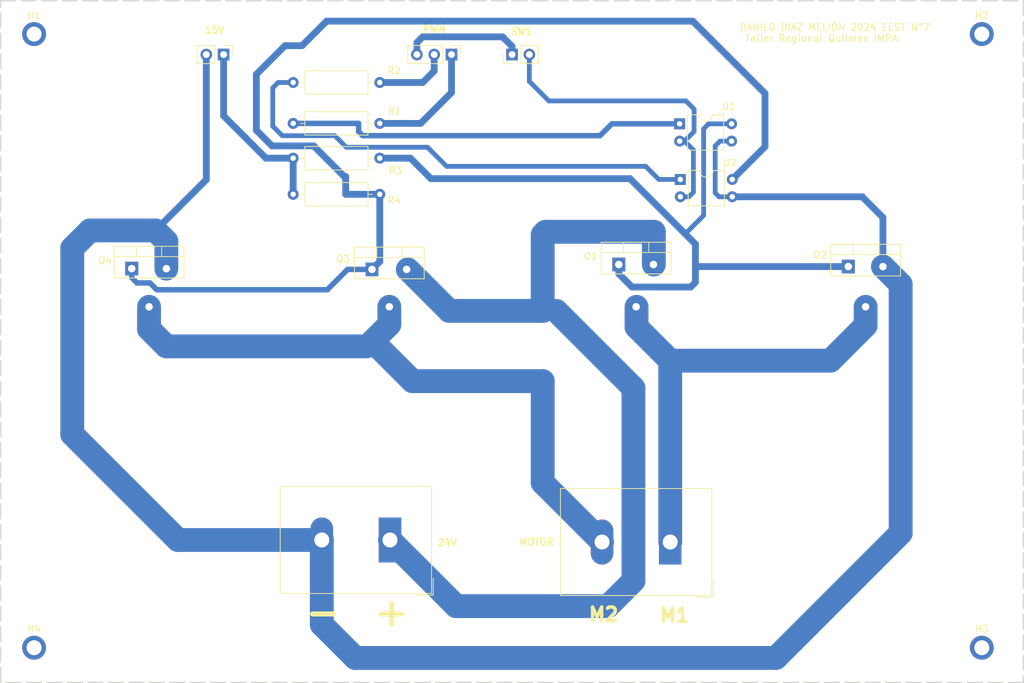
<source format=kicad_pcb>
(kicad_pcb (version 20240108) (generator "pcbnew") (generator_version "8.0")
  (title_block (title "Puente H Power Mosfet") (date "05/09/2024") (rev "8.1.1") (company "Danilo Melión"))
  (layers (0 "F.Cu" signal) (31 "B.Cu" signal) (34 "B.Paste" user) (35 "F.Paste" user) (36 "B.SilkS" user "B.Silkscreen") (37 "F.SilkS" user "F.Silkscreen") (38 "B.Mask" user) (39 "F.Mask" user) (44 "Edge.Cuts" user))
  (net 0 "")
  (net 1 "PWM1")
  (net 2 "PWM2")
  (net 3 "GND")
  (net 4 "Net-(J2-Pin_1)")
  (net 5 "Net-(J2-Pin_2)")
  (net 6 "Net-(Q1-G)")
  (net 7 "+24V")
  (net 8 "+15V")
  (net 9 "Net-(Q3-G)")
  (net 10 "Net-(R1-Pad2)")
  (net 11 "Net-(SW1-B)")
  (net 12 "GNDPWR")
  (net 13 "Net-(R8-Pad1)")
  (footprint "Package_DIP:DIP-4_W7.62mm" (layer "F.Cu") (at 151.68 49.16)
    (property "Reference" "U1" (at 7.22 -2.56 0) (layer "F.SilkS"))
    (property "Value" "PC817")
    (fp_line (start 1.16 -1.33) (end 1.16 3.87) (stroke (width 0.12)) (layer "F.SilkS"))
    (fp_line (start 1.16 3.87) (end 6.46 3.87) (stroke (width 0.12)) (layer "F.SilkS"))
    (fp_line (start 2.81 -1.33) (end 1.16 -1.33) (stroke (width 0.12)) (layer "F.SilkS"))
    (fp_line (start 6.46 -1.33) (end 4.81 -1.33) (stroke (width 0.12)) (layer "F.SilkS"))
    (fp_line (start 6.46 3.87) (end 6.46 -1.33) (stroke (width 0.12)) (layer "F.SilkS"))
    (fp_arc (start 4.81 -1.33) (mid 3.81 -0.33) (end 2.81 -1.33) (stroke (width 0.12)) (layer "F.SilkS"))
    (pad "1" thru_hole rect (at 0 0) (size 1.6 1.6) (drill 0.8) (layers "*.Cu" "*.Mask") (net 10 "Net-(R1-Pad2)"))
    (pad "2" thru_hole oval (at 0 2.54) (size 1.6 1.6) (drill 0.8) (layers "*.Cu" "*.Mask") (net 11 "Net-(SW1-B)"))
    (pad "3" thru_hole oval (at 7.62 2.54) (size 1.6 1.6) (drill 0.8) (layers "*.Cu" "*.Mask") (net 12 "GNDPWR"))
    (pad "4" thru_hole oval (at 7.62 0) (size 1.6 1.6) (drill 0.8) (layers "*.Cu" "*.Mask") (net 6 "Net-(Q1-G)"))
  )
  (footprint "MountingHole:MountingHole_2.2mm_M2_ISO7380_Pad" (layer "F.Cu") (at 57 126)
    (property "Reference" "H4" (at 0 -2.75 0) (layer "F.SilkS"))
    (property "Value" "MountingHole_2.2mm_M2_ISO7380_Pad" (hide yes))
    (pad "1" thru_hole circle (at 0 0) (size 3.5 3.5) (drill 2.2) (layers "*.Cu" "*.Mask"))
  )
  (footprint "Package_TO_SOT_THT:TO-220-3_Vertical" (layer "F.Cu") (at 71.32 70.4)
    (property "Reference" "Q4" (at -3.92 -1.2 0) (layer "F.SilkS"))
    (property "Value" "IRLZ44N")
    (fp_line (start -2.58 -3.27) (end -2.58 1.371) (stroke (width 0.12)) (layer "F.SilkS"))
    (fp_line (start -2.58 -3.27) (end 7.66 -3.27) (stroke (width 0.12)) (layer "F.SilkS"))
    (fp_line (start -2.58 -1.76) (end 7.66 -1.76) (stroke (width 0.12)) (layer "F.SilkS"))
    (fp_line (start -2.58 1.371) (end 7.66 1.371) (stroke (width 0.12)) (layer "F.SilkS"))
    (fp_line (start 0.69 -3.27) (end 0.69 -1.76) (stroke (width 0.12)) (layer "F.SilkS"))
    (fp_line (start 4.391 -3.27) (end 4.391 -1.76) (stroke (width 0.12)) (layer "F.SilkS"))
    (fp_line (start 7.66 -3.27) (end 7.66 1.371) (stroke (width 0.12)) (layer "F.SilkS"))
    (pad "1" thru_hole rect (at 0 0) (size 1.905 2) (drill 1.1) (layers "*.Cu" "*.Mask") (net 9 "Net-(Q3-G)"))
    (pad "2" thru_hole oval (at 2.54 5.6) (size 1.905 2) (drill 1.1) (layers "*.Cu" "*.Mask") (net 5 "Net-(J2-Pin_2)"))
    (pad "3" thru_hole oval (at 5.08 0) (size 1.905 2) (drill 1.1) (layers "*.Cu" "*.Mask") (net 12 "GNDPWR"))
  )
  (footprint "Resistor_THT:R_Axial_DIN0309_L9.0mm_D3.2mm_P12.70mm_Horizontal" (layer "F.Cu") (at 95 54.2)
    (property "Reference" "R3" (at 15 1.8 0) (layer "F.SilkS"))
    (property "Value" "1k")
    (fp_line (start 1.04 0) (end 1.73 0) (stroke (width 0.12)) (layer "F.SilkS"))
    (fp_line (start 1.73 -1.72) (end 1.73 1.72) (stroke (width 0.12)) (layer "F.SilkS"))
    (fp_line (start 1.73 1.72) (end 10.97 1.72) (stroke (width 0.12)) (layer "F.SilkS"))
    (fp_line (start 10.97 -1.72) (end 1.73 -1.72) (stroke (width 0.12)) (layer "F.SilkS"))
    (fp_line (start 10.97 1.72) (end 10.97 -1.72) (stroke (width 0.12)) (layer "F.SilkS"))
    (fp_line (start 11.66 0) (end 10.97 0) (stroke (width 0.12)) (layer "F.SilkS"))
    (pad "1" thru_hole circle (at 0 0) (size 1.6 1.6) (drill 0.8) (layers "*.Cu" "*.Mask") (net 8 "+15V"))
    (pad "2" thru_hole oval (at 12.7 0) (size 1.6 1.6) (drill 0.8) (layers "*.Cu" "*.Mask") (net 6 "Net-(Q1-G)"))
  )
  (footprint "Package_TO_SOT_THT:TO-220-3_Vertical" (layer "F.Cu") (at 142.76 69.8)
    (property "Reference" "Q1" (at -4.12 -1.2 0) (layer "F.SilkS"))
    (property "Value" "IRF4905")
    (fp_line (start -2.58 -3.27) (end -2.58 1.371) (stroke (width 0.12)) (layer "F.SilkS"))
    (fp_line (start -2.58 -3.27) (end 7.66 -3.27) (stroke (width 0.12)) (layer "F.SilkS"))
    (fp_line (start -2.58 -1.76) (end 7.66 -1.76) (stroke (width 0.12)) (layer "F.SilkS"))
    (fp_line (start -2.58 1.371) (end 7.66 1.371) (stroke (width 0.12)) (layer "F.SilkS"))
    (fp_line (start 0.69 -3.27) (end 0.69 -1.76) (stroke (width 0.12)) (layer "F.SilkS"))
    (fp_line (start 4.391 -3.27) (end 4.391 -1.76) (stroke (width 0.12)) (layer "F.SilkS"))
    (fp_line (start 7.66 -3.27) (end 7.66 1.371) (stroke (width 0.12)) (layer "F.SilkS"))
    (pad "1" thru_hole rect (at 0 0) (size 1.905 2) (drill 1.1) (layers "*.Cu" "*.Mask") (net 6 "Net-(Q1-G)"))
    (pad "2" thru_hole oval (at 2.54 6.2) (size 1.905 2) (drill 1.1) (layers "*.Cu" "*.Mask") (net 4 "Net-(J2-Pin_1)"))
    (pad "3" thru_hole oval (at 5.08 0) (size 1.905 2) (drill 1.1) (layers "*.Cu" "*.Mask") (net 7 "+24V"))
  )
  (footprint "MountingHole:MountingHole_2.2mm_M2_ISO7380_Pad" (layer "F.Cu") (at 57 36)
    (property "Reference" "H1" (at 0 -2.75 0) (layer "F.SilkS"))
    (property "Value" "MountingHole_2.2mm_M2_ISO7380_Pad" (hide yes))
    (pad "1" thru_hole circle (at 0 0) (size 3.5 3.5) (drill 2.2) (layers "*.Cu" "*.Mask"))
  )
  (footprint "TerminalBlock_Dinkle:TerminalBlock_Dinkle_DT-55-B01X-02_P10.00mm" (layer "F.Cu") (at 109.2 110.2 180)
    (property "Reference" "24V" (at -8.4 -0.4 0) (layer "F.SilkS") (effects (font (thickness 0.25))))
    (property "Value" "24V Alimentación")
    (fp_line (start 16.1 -7.85) (end 16.1 7.85) (stroke (width 0.12)) (layer "F.SilkS"))
    (fp_line (start -6.1 7.85) (end 16.1 7.85) (stroke (width 0.12)) (layer "F.SilkS"))
    (fp_line (start -6.1 7.85) (end -6.1 -7.85) (stroke (width 0.12)) (layer "F.SilkS"))
    (fp_line (start -6.1 -7.85) (end 16.1 -7.85) (stroke (width 0.12)) (layer "F.SilkS"))
    (fp_line (start -6.35 -5.6) (end -6.35 -8.1) (stroke (width 0.12)) (layer "F.SilkS"))
    (fp_line (start -6.35 -8.1) (end -3.85 -8.1) (stroke (width 0.12)) (layer "F.SilkS"))
    (pad "1" thru_hole rect (at 0 0 180) (size 3.3 6.6) (drill 2.2) (layers "*.Cu" "*.Mask") (net 7 "+24V"))
    (pad "2" thru_hole oval (at 10 0 180) (size 3.3 6.6) (drill 2.2) (layers "*.Cu" "*.Mask") (net 12 "GNDPWR"))
  )
  (footprint "Connector_PinHeader_2.54mm:PinHeader_1x02_P2.54mm_Vertical" (layer "F.Cu") (at 127.1 39 90)
    (property "Reference" "SW1" (at 3.4 1.4 180) (layer "F.SilkS") (effects (font (thickness 0.25))))
    (property "Value" "SW")
    (fp_line (start -1.33 -1.33) (end 0 -1.33) (stroke (width 0.12)) (layer "F.SilkS"))
    (fp_line (start -1.33 0) (end -1.33 -1.33) (stroke (width 0.12)) (layer "F.SilkS"))
    (fp_line (start 1.33 1.27) (end 1.33 3.87) (stroke (width 0.12)) (layer "F.SilkS"))
    (fp_line (start -1.33 1.27) (end 1.33 1.27) (stroke (width 0.12)) (layer "F.SilkS"))
    (fp_line (start -1.33 1.27) (end -1.33 3.87) (stroke (width 0.12)) (layer "F.SilkS"))
    (fp_line (start -1.33 3.87) (end 1.33 3.87) (stroke (width 0.12)) (layer "F.SilkS"))
    (pad "1" thru_hole rect (at 0 0 90) (size 1.7 1.7) (drill 1) (layers "*.Cu" "*.Mask") (net 3 "GND"))
    (pad "2" thru_hole oval (at 0 2.54 90) (size 1.7 1.7) (drill 1) (layers "*.Cu" "*.Mask") (net 11 "Net-(SW1-B)"))
  )
  (footprint "TerminalBlock_Dinkle:TerminalBlock_Dinkle_DT-55-B01X-02_P10.00mm" (layer "F.Cu") (at 150.3 110.5 180)
    (property "Reference" "MOTOR" (at 19.6 0 0) (layer "F.SilkS") (effects (font (thickness 0.25))))
    (property "Value" "MOTOR")
    (fp_line (start 16.1 -7.85) (end 16.1 7.85) (stroke (width 0.12)) (layer "F.SilkS"))
    (fp_line (start -6.1 7.85) (end 16.1 7.85) (stroke (width 0.12)) (layer "F.SilkS"))
    (fp_line (start -6.1 7.85) (end -6.1 -7.85) (stroke (width 0.12)) (layer "F.SilkS"))
    (fp_line (start -6.1 -7.85) (end 16.1 -7.85) (stroke (width 0.12)) (layer "F.SilkS"))
    (fp_line (start -6.35 -5.6) (end -6.35 -8.1) (stroke (width 0.12)) (layer "F.SilkS"))
    (fp_line (start -6.35 -8.1) (end -3.85 -8.1) (stroke (width 0.12)) (layer "F.SilkS"))
    (pad "1" thru_hole rect (at 0 0 180) (size 3.3 6.6) (drill 2.2) (layers "*.Cu" "*.Mask") (net 4 "Net-(J2-Pin_1)"))
    (pad "2" thru_hole oval (at 10 0 180) (size 3.3 6.6) (drill 2.2) (layers "*.Cu" "*.Mask") (net 5 "Net-(J2-Pin_2)"))
  )
  (footprint "Package_TO_SOT_THT:TO-220-3_Vertical" (layer "F.Cu") (at 106.56 70.5125)
    (property "Reference" "Q3" (at -4.26 -1.5125 0) (layer "F.SilkS"))
    (property "Value" "IRF4905")
    (fp_line (start -2.58 -3.27) (end -2.58 1.371) (stroke (width 0.12)) (layer "F.SilkS"))
    (fp_line (start -2.58 -3.27) (end 7.66 -3.27) (stroke (width 0.12)) (layer "F.SilkS"))
    (fp_line (start -2.58 -1.76) (end 7.66 -1.76) (stroke (width 0.12)) (layer "F.SilkS"))
    (fp_line (start -2.58 1.371) (end 7.66 1.371) (stroke (width 0.12)) (layer "F.SilkS"))
    (fp_line (start 0.69 -3.27) (end 0.69 -1.76) (stroke (width 0.12)) (layer "F.SilkS"))
    (fp_line (start 4.391 -3.27) (end 4.391 -1.76) (stroke (width 0.12)) (layer "F.SilkS"))
    (fp_line (start 7.66 -3.27) (end 7.66 1.371) (stroke (width 0.12)) (layer "F.SilkS"))
    (pad "1" thru_hole rect (at 0 0) (size 1.905 2) (drill 1.1) (layers "*.Cu" "*.Mask") (net 9 "Net-(Q3-G)"))
    (pad "2" thru_hole oval (at 2.54 5.4875) (size 1.905 2) (drill 1.1) (layers "*.Cu" "*.Mask") (net 5 "Net-(J2-Pin_2)"))
    (pad "3" thru_hole oval (at 5.08 0) (size 1.905 2) (drill 1.1) (layers "*.Cu" "*.Mask") (net 7 "+24V"))
  )
  (footprint "Resistor_THT:R_Axial_DIN0309_L9.0mm_D3.2mm_P12.70mm_Horizontal" (layer "F.Cu") (at 107.7 49.1 180)
    (property "Reference" "R1" (at -2.2 1.8 0) (layer "F.SilkS"))
    (property "Value" "180")
    (fp_line (start 11.66 0) (end 10.97 0) (stroke (width 0.12)) (layer "F.SilkS"))
    (fp_line (start 10.97 1.72) (end 10.97 -1.72) (stroke (width 0.12)) (layer "F.SilkS"))
    (fp_line (start 10.97 -1.72) (end 1.73 -1.72) (stroke (width 0.12)) (layer "F.SilkS"))
    (fp_line (start 1.73 1.72) (end 10.97 1.72) (stroke (width 0.12)) (layer "F.SilkS"))
    (fp_line (start 1.73 -1.72) (end 1.73 1.72) (stroke (width 0.12)) (layer "F.SilkS"))
    (fp_line (start 1.04 0) (end 1.73 0) (stroke (width 0.12)) (layer "F.SilkS"))
    (pad "1" thru_hole circle (at 0 0 180) (size 1.6 1.6) (drill 0.8) (layers "*.Cu" "*.Mask") (net 1 "PWM1"))
    (pad "2" thru_hole oval (at 12.7 0 180) (size 1.6 1.6) (drill 0.8) (layers "*.Cu" "*.Mask") (net 10 "Net-(R1-Pad2)"))
  )
  (footprint "Resistor_THT:R_Axial_DIN0309_L9.0mm_D3.2mm_P12.70mm_Horizontal" (layer "F.Cu") (at 95 59.5)
    (property "Reference" "R4" (at 14.8 0.9 0) (layer "F.SilkS"))
    (property "Value" "1k")
    (fp_line (start 1.04 0) (end 1.73 0) (stroke (width 0.12)) (layer "F.SilkS"))
    (fp_line (start 1.73 -1.72) (end 1.73 1.72) (stroke (width 0.12)) (layer "F.SilkS"))
    (fp_line (start 1.73 1.72) (end 10.97 1.72) (stroke (width 0.12)) (layer "F.SilkS"))
    (fp_line (start 10.97 -1.72) (end 1.73 -1.72) (stroke (width 0.12)) (layer "F.SilkS"))
    (fp_line (start 10.97 1.72) (end 10.97 -1.72) (stroke (width 0.12)) (layer "F.SilkS"))
    (fp_line (start 11.66 0) (end 10.97 0) (stroke (width 0.12)) (layer "F.SilkS"))
    (pad "1" thru_hole circle (at 0 0) (size 1.6 1.6) (drill 0.8) (layers "*.Cu" "*.Mask") (net 8 "+15V"))
    (pad "2" thru_hole oval (at 12.7 0) (size 1.6 1.6) (drill 0.8) (layers "*.Cu" "*.Mask") (net 9 "Net-(Q3-G)"))
  )
  (footprint "Connector_PinHeader_2.54mm:PinHeader_1x03_P2.54mm_Vertical" (layer "F.Cu") (at 118.225 39 -90)
    (property "Reference" "PWM" (at -3.7 2.525 0) (layer "F.SilkS") (effects (font (thickness 0.25))))
    (property "Value" "PWM" (hide yes))
    (fp_line (start -1.33 6.41) (end 1.33 6.41) (stroke (width 0.12)) (layer "F.SilkS"))
    (fp_line (start -1.33 1.27) (end -1.33 6.41) (stroke (width 0.12)) (layer "F.SilkS"))
    (fp_line (start -1.33 1.27) (end 1.33 1.27) (stroke (width 0.12)) (layer "F.SilkS"))
    (fp_line (start 1.33 1.27) (end 1.33 6.41) (stroke (width 0.12)) (layer "F.SilkS"))
    (fp_line (start -1.33 0) (end -1.33 -1.33) (stroke (width 0.12)) (layer "F.SilkS"))
    (fp_line (start -1.33 -1.33) (end 0 -1.33) (stroke (width 0.12)) (layer "F.SilkS"))
    (pad "1" thru_hole rect (at 0 0 270) (size 1.7 1.7) (drill 1) (layers "*.Cu" "*.Mask") (net 1 "PWM1"))
    (pad "2" thru_hole oval (at 0 2.54 270) (size 1.7 1.7) (drill 1) (layers "*.Cu" "*.Mask") (net 2 "PWM2"))
    (pad "3" thru_hole oval (at 0 5.08 270) (size 1.7 1.7) (drill 1) (layers "*.Cu" "*.Mask") (net 3 "GND"))
  )
  (footprint "Connector_PinHeader_2.54mm:PinHeader_1x02_P2.54mm_Vertical" (layer "F.Cu") (at 84.8 39 -90)
    (property "Reference" "15V" (at -3.6 1.3 0) (layer "F.SilkS") (effects (font (thickness 0.25))))
    (property "Value" "15V Alimentación")
    (fp_line (start -1.33 3.87) (end 1.33 3.87) (stroke (width 0.12)) (layer "F.SilkS"))
    (fp_line (start -1.33 1.27) (end -1.33 3.87) (stroke (width 0.12)) (layer "F.SilkS"))
    (fp_line (start -1.33 1.27) (end 1.33 1.27) (stroke (width 0.12)) (layer "F.SilkS"))
    (fp_line (start 1.33 1.27) (end 1.33 3.87) (stroke (width 0.12)) (layer "F.SilkS"))
    (fp_line (start -1.33 0) (end -1.33 -1.33) (stroke (width 0.12)) (layer "F.SilkS"))
    (fp_line (start -1.33 -1.33) (end 0 -1.33) (stroke (width 0.12)) (layer "F.SilkS"))
    (pad "1" thru_hole rect (at 0 0 270) (size 1.7 1.7) (drill 1) (layers "*.Cu" "*.Mask") (net 8 "+15V"))
    (pad "2" thru_hole oval (at 0 2.54 270) (size 1.7 1.7) (drill 1) (layers "*.Cu" "*.Mask") (net 12 "GNDPWR"))
  )
  (footprint "Package_DIP:DIP-4_W7.62mm" (layer "F.Cu") (at 151.78 57.32)
    (property "Reference" "U2" (at 7.22 -2.42 0) (layer "F.SilkS"))
    (property "Value" "PC817")
    (fp_line (start 1.16 -1.33) (end 1.16 3.87) (stroke (width 0.12)) (layer "F.SilkS"))
    (fp_line (start 1.16 3.87) (end 6.46 3.87) (stroke (width 0.12)) (layer "F.SilkS"))
    (fp_line (start 2.81 -1.33) (end 1.16 -1.33) (stroke (width 0.12)) (layer "F.SilkS"))
    (fp_line (start 6.46 -1.33) (end 4.81 -1.33) (stroke (width 0.12)) (layer "F.SilkS"))
    (fp_line (start 6.46 3.87) (end 6.46 -1.33) (stroke (width 0.12)) (layer "F.SilkS"))
    (fp_arc (start 4.81 -1.33) (mid 3.81 -0.33) (end 2.81 -1.33) (stroke (width 0.12)) (layer "F.SilkS"))
    (pad "1" thru_hole rect (at 0 0) (size 1.6 1.6) (drill 0.8) (layers "*.Cu" "*.Mask") (net 13 "Net-(R8-Pad1)"))
    (pad "2" thru_hole oval (at 0 2.54) (size 1.6 1.6) (drill 0.8) (layers "*.Cu" "*.Mask") (net 11 "Net-(SW1-B)"))
    (pad "3" thru_hole oval (at 7.62 2.54) (size 1.6 1.6) (drill 0.8) (layers "*.Cu" "*.Mask") (net 12 "GNDPWR"))
    (pad "4" thru_hole oval (at 7.62 0) (size 1.6 1.6) (drill 0.8) (layers "*.Cu" "*.Mask") (net 9 "Net-(Q3-G)"))
  )
  (footprint "Resistor_THT:R_Axial_DIN0309_L9.0mm_D3.2mm_P12.70mm_Horizontal" (layer "F.Cu") (at 95 43.1)
    (property "Reference" "R2" (at 14.8 -1.7 0) (layer "F.SilkS"))
    (property "Value" "180")
    (fp_line (start 1.04 0) (end 1.73 0) (stroke (width 0.12)) (layer "F.SilkS"))
    (fp_line (start 1.73 -1.72) (end 1.73 1.72) (stroke (width 0.12)) (layer "F.SilkS"))
    (fp_line (start 1.73 1.72) (end 10.97 1.72) (stroke (width 0.12)) (layer "F.SilkS"))
    (fp_line (start 10.97 -1.72) (end 1.73 -1.72) (stroke (width 0.12)) (layer "F.SilkS"))
    (fp_line (start 10.97 1.72) (end 10.97 -1.72) (stroke (width 0.12)) (layer "F.SilkS"))
    (fp_line (start 11.66 0) (end 10.97 0) (stroke (width 0.12)) (layer "F.SilkS"))
    (pad "1" thru_hole circle (at 0 0) (size 1.6 1.6) (drill 0.8) (layers "*.Cu" "*.Mask") (net 13 "Net-(R8-Pad1)"))
    (pad "2" thru_hole oval (at 12.7 0) (size 1.6 1.6) (drill 0.8) (layers "*.Cu" "*.Mask") (net 2 "PWM2"))
  )
  (footprint "Package_TO_SOT_THT:TO-220-3_Vertical" (layer "F.Cu") (at 176.42 70.1)
    (property "Reference" "Q2" (at -4.12 -1.7 0) (layer "F.SilkS"))
    (property "Value" "IRLZ44N")
    (fp_line (start -2.58 -3.27) (end -2.58 1.371) (stroke (width 0.12)) (layer "F.SilkS"))
    (fp_line (start -2.58 -3.27) (end 7.66 -3.27) (stroke (width 0.12)) (layer "F.SilkS"))
    (fp_line (start -2.58 -1.76) (end 7.66 -1.76) (stroke (width 0.12)) (layer "F.SilkS"))
    (fp_line (start -2.58 1.371) (end 7.66 1.371) (stroke (width 0.12)) (layer "F.SilkS"))
    (fp_line (start 0.69 -3.27) (end 0.69 -1.76) (stroke (width 0.12)) (layer "F.SilkS"))
    (fp_line (start 4.391 -3.27) (end 4.391 -1.76) (stroke (width 0.12)) (layer "F.SilkS"))
    (fp_line (start 7.66 -3.27) (end 7.66 1.371) (stroke (width 0.12)) (layer "F.SilkS"))
    (pad "1" thru_hole rect (at 0 0) (size 1.905 2) (drill 1.1) (layers "*.Cu" "*.Mask") (net 6 "Net-(Q1-G)"))
    (pad "2" thru_hole oval (at 2.54 5.9) (size 1.905 2) (drill 1.1) (layers "*.Cu" "*.Mask") (net 4 "Net-(J2-Pin_1)"))
    (pad "3" thru_hole oval (at 5.08 0) (size 1.905 2) (drill 1.1) (layers "*.Cu" "*.Mask") (net 12 "GNDPWR"))
  )
  (footprint "MountingHole:MountingHole_2.2mm_M2_ISO7380_Pad" (layer "F.Cu") (at 196 126)
    (property "Reference" "H3" (at 0 -2.75 0) (layer "F.SilkS"))
    (property "Value" "MountingHole_2.2mm_M2_ISO7380_Pad" (hide yes))
    (pad "1" thru_hole circle (at 0 0) (size 3.5 3.5) (drill 2.2) (layers "*.Cu" "*.Mask"))
  )
  (footprint "MountingHole:MountingHole_2.2mm_M2_ISO7380_Pad" (layer "F.Cu") (at 196 36)
    (property "Reference" "H2" (at 0 -2.75 0) (layer "F.SilkS"))
    (property "Value" "MountingHole_2.2mm_M2_ISO7380_Pad" (hide yes))
    (pad "1" thru_hole circle (at 0 0) (size 3.5 3.5) (drill 2.2) (layers "*.Cu" "*.Mask"))
  )
  (gr_rect (start 52.1 31.1) (end 202.1 131.1) (stroke (width 0.2) (type dash)) (fill none) (layer "Edge.Cuts"))
  (gr_text "M1" (at 148.5 122.4 0) (layer "F.SilkS") (effects (font (size 2 2) (thickness 0.5) (bold yes)) (justify left bottom)))
  (gr_text "-" (at 96.4 123.1 0) (layer "F.SilkS") (effects (font (size 4 4) (thickness 0.75) (bold yes)) (justify left bottom)))
  (gr_text "DANILO DIAZ MELIÓN 2024 EEST N°7 \n Taller Regional Quilmes IMPA" (at 160.4 37.2 0) (layer "F.SilkS") (effects (font (size 1 1)) (justify left bottom)))
  (gr_text "+" (at 106.5 123.1 0) (layer "F.SilkS") (effects (font (size 4 4) (thickness 0.75) (bold yes)) (justify left bottom)))
  (gr_text "M2" (at 138.1 122.3 0) (layer "F.SilkS") (effects (font (size 2 2) (thickness 0.5) (bold yes)) (justify left bottom)))
  (segment (start 118.225 44.575) (end 118.225 39) (width 1) (layer "B.Cu") (net 1))
  (segment (start 107.7 49.1) (end 113.7 49.1) (width 1) (layer "B.Cu") (net 1))
  (segment (start 113.7 49.1) (end 118.225 44.575) (width 1) (layer "B.Cu") (net 1))
  (segment (start 114 43.1) (end 115.685 41.415) (width 1) (layer "B.Cu") (net 2))
  (segment (start 107.7 43.1) (end 114 43.1) (width 1) (layer "B.Cu") (net 2))
  (segment (start 115.685 41.415) (end 115.685 39) (width 1) (layer "B.Cu") (net 2))
  (segment (start 127.1 37.8) (end 127.1 39) (width 1) (layer "B.Cu") (net 3))
  (segment (start 125.7 36.4) (end 127.1 37.8) (width 1) (layer "B.Cu") (net 3))
  (segment (start 114 36.4) (end 125.7 36.4) (width 1) (layer "B.Cu") (net 3))
  (segment (start 113.145 39) (end 113.145 37.255) (width 1) (layer "B.Cu") (net 3))
  (segment (start 113.145 37.255) (end 114 36.4) (width 1) (layer "B.Cu") (net 3))
  (segment (start 145.36 78.96) (end 150.3 83.9) (width 3.5) (layer "B.Cu") (net 4))
  (segment (start 178.96 76) (end 178.96 78.74) (width 3.5) (layer "B.Cu") (net 4))
  (segment (start 150.3 110.5) (end 150.3 83.9) (width 3.5) (layer "B.Cu") (net 4))
  (segment (start 178.96 78.74) (end 173.8 83.9) (width 3.5) (layer "B.Cu") (net 4))
  (segment (start 173.8 83.9) (end 150.3 83.9) (width 3.5) (layer "B.Cu") (net 4))
  (segment (start 145.36 76) (end 145.36 78.96) (width 3.5) (layer "B.Cu") (net 4))
  (segment (start 73.86 79.26) (end 76.4 81.8) (width 3.5) (layer "B.Cu") (net 5))
  (segment (start 109.1 78.6) (end 106.65 81.05) (width 3.5) (layer "B.Cu") (net 5))
  (segment (start 106.65 81.05) (end 106.65 80.95) (width 2.5) (layer "B.Cu") (net 5))
  (segment (start 131.6 86.9) (end 112.5 86.9) (width 3.5) (layer "B.Cu") (net 5))
  (segment (start 109.1 76) (end 109.1 78.6) (width 3.5) (layer "B.Cu") (net 5))
  (segment (start 106.65 80.95) (end 105.8 81.8) (width 2.5) (layer "B.Cu") (net 5))
  (segment (start 131.6 101.8) (end 131.6 86.9) (width 3.5) (layer "B.Cu") (net 5))
  (segment (start 140.3 110.5) (end 131.6 101.8) (width 3.5) (layer "B.Cu") (net 5))
  (segment (start 105.8 81.8) (end 76.4 81.8) (width 3.5) (layer "B.Cu") (net 5))
  (segment (start 112.5 86.9) (end 106.65 81.05) (width 3.5) (layer "B.Cu") (net 5))
  (segment (start 73.86 79.26) (end 73.86 76) (width 3.5) (layer "B.Cu") (net 5))
  (segment (start 176.42 70.1) (end 154 70.1) (width 1) (layer "B.Cu") (net 6))
  (segment (start 142.76 71.16) (end 142.76 69.8) (width 1) (layer "B.Cu") (net 6))
  (segment (start 159.3 49.16) (end 155.94 49.16) (width 0.7) (layer "B.Cu") (net 6))
  (segment (start 107.7 54.2) (end 112.2 54.2) (width 1) (layer "B.Cu") (net 6))
  (segment (start 155.2 62.6) (end 152.5 65.3) (width 0.7) (layer "B.Cu") (net 6))
  (segment (start 153.3 73.1) (end 154 72.4) (width 1) (layer "B.Cu") (net 6))
  (segment (start 154 70.1) (end 154 72.4) (width 1) (layer "B.Cu") (net 6))
  (segment (start 154 66.8) (end 154 70.1) (width 1) (layer "B.Cu") (net 6))
  (segment (start 152.5 65.3) (end 154 66.8) (width 1) (layer "B.Cu") (net 6))
  (segment (start 144.7 73.1) (end 142.76 71.16) (width 1) (layer "B.Cu") (net 6))
  (segment (start 144.4 57.2) (end 152.5 65.3) (width 1) (layer "B.Cu") (net 6))
  (segment (start 115.2 57.2) (end 144.4 57.2) (width 1) (layer "B.Cu") (net 6))
  (segment (start 112.2 54.2) (end 115.2 57.2) (width 1) (layer "B.Cu") (net 6))
  (segment (start 155.2 49.9) (end 155.2 62.6) (width 0.7) (layer "B.Cu") (net 6))
  (segment (start 155.94 49.16) (end 155.2 49.9) (width 0.7) (layer "B.Cu") (net 6))
  (segment (start 144.7 73.1) (end 153.3 73.1) (width 1) (layer "B.Cu") (net 6))
  (segment (start 144.9 116.2) (end 144.9 87.9) (width 3.5) (layer "B.Cu") (net 7))
  (segment (start 144.9 87.9) (end 133.6 76.6) (width 3.5) (layer "B.Cu") (net 7))
  (segment (start 111.8125 70.5125) (end 111.64 70.5125) (width 2.5) (layer "B.Cu") (net 7))
  (segment (start 141.2 119.9) (end 144.9 116.2) (width 3.5) (layer "B.Cu") (net 7))
  (segment (start 118.9 119.9) (end 141.2 119.9) (width 3.5) (layer "B.Cu") (net 7))
  (segment (start 133.6 76.6) (end 131.6 76.6) (width 2.5) (layer "B.Cu") (net 7))
  (segment (start 109.2 110.2) (end 118.9 119.9) (width 3.5) (layer "B.Cu") (net 7))
  (segment (start 132 65) (end 131.6 65.4) (width 2.5) (layer "B.Cu") (net 7))
  (segment (start 131.6 76.6) (end 117.9 76.6) (width 3.5) (layer "B.Cu") (net 7))
  (segment (start 117.9 76.6) (end 111.8125 70.5125) (width 3.5) (layer "B.Cu") (net 7))
  (segment (start 147.9 65) (end 132 65) (width 3.5) (layer "B.Cu") (net 7))
  (segment (start 131.6 65.4) (end 131.6 76.6) (width 3.5) (layer "B.Cu") (net 7))
  (segment (start 147.9 69.8) (end 147.9 65) (width 3.5) (layer "B.Cu") (net 7))
  (segment (start 95 59.5) (end 95 54.2) (width 1) (layer "B.Cu") (net 8))
  (segment (start 84.8 48) (end 84.8 39) (width 1) (layer "B.Cu") (net 8))
  (segment (start 91 54.2) (end 84.8 48) (width 1) (layer "B.Cu") (net 8))
  (segment (start 95 54.2) (end 91 54.2) (width 1) (layer "B.Cu") (net 8))
  (segment (start 164.2 52.52) (end 159.4 57.32) (width 1) (layer "B.Cu") (net 9))
  (segment (start 102.5 56.9) (end 98 52.4) (width 1) (layer "B.Cu") (net 9))
  (segment (start 74 72.5) (end 75 73.5) (width 0.8) (layer "B.Cu") (net 9))
  (segment (start 102.7 59.5) (end 102.7 56.9) (width 1) (layer "B.Cu") (net 9))
  (segment (start 107.7 59.5) (end 102.7 59.5) (width 1) (layer "B.Cu") (net 9))
  (segment (start 98 52.4) (end 91.9 52.4) (width 1) (layer "B.Cu") (net 9))
  (segment (start 107.7 59.5) (end 107.7 69.3725) (width 1) (layer "B.Cu") (net 9))
  (segment (start 71.32 71.72) (end 72.1 72.5) (width 0.8) (layer "B.Cu") (net 9))
  (segment (start 71.32 70.4) (end 71.32 70.42) (width 0.8) (layer "B.Cu") (net 9))
  (segment (start 102.7 56.9) (end 102.5 56.9) (width 1) (layer "B.Cu") (net 9))
  (segment (start 71.32 70.4) (end 71.32 71.72) (width 0.8) (layer "B.Cu") (net 9))
  (segment (start 102.9875 70.5125) (end 106.56 70.5125) (width 0.8) (layer "B.Cu") (net 9))
  (segment (start 93.8 37.7) (end 96.3 37.7) (width 1) (layer "B.Cu") (net 9))
  (segment (start 164.2 44.7) (end 164.2 52.52) (width 1) (layer "B.Cu") (net 9))
  (segment (start 100 73.5) (end 102.9875 70.5125) (width 0.8) (layer "B.Cu") (net 9))
  (segment (start 153.6 34.1) (end 164.2 44.7) (width 1) (layer "B.Cu") (net 9))
  (segment (start 89.6 41.9) (end 93.8 37.7) (width 1) (layer "B.Cu") (net 9))
  (segment (start 96.3 37.7) (end 99.9 34.1) (width 1) (layer "B.Cu") (net 9))
  (segment (start 91.9 52.4) (end 89.6 50.1) (width 1) (layer "B.Cu") (net 9))
  (segment (start 72.1 72.5) (end 74 72.5) (width 0.8) (layer "B.Cu") (net 9))
  (segment (start 71.32 70.4) (end 71.8 70.4) (width 0.8) (layer "B.Cu") (net 9))
  (segment (start 89.6 50.1) (end 89.6 41.9) (width 1) (layer "B.Cu") (net 9))
  (segment (start 75 73.5) (end 100 73.5) (width 0.8) (layer "B.Cu") (net 9))
  (segment (start 107.7 69.3725) (end 106.56 70.5125) (width 1) (layer "B.Cu") (net 9))
  (segment (start 99.9 34.1) (end 153.6 34.1) (width 1) (layer "B.Cu") (net 9))
  (segment (start 71.32 70.42) (end 71.92 70.42) (width 0.8) (layer "B.Cu") (net 9))
  (segment (start 104.6 49.1) (end 104.6 50.3) (width 0.8) (layer "B.Cu") (net 10))
  (segment (start 104.6 50.3) (end 105.2 50.9) (width 0.8) (layer "B.Cu") (net 10))
  (segment (start 140 50.9) (end 141.74 49.16) (width 0.8) (layer "B.Cu") (net 10))
  (segment (start 105.2 50.9) (end 140 50.9) (width 0.8) (layer "B.Cu") (net 10))
  (segment (start 95 49.1) (end 104.6 49.1) (width 0.8) (layer "B.Cu") (net 10))
  (segment (start 141.74 49.16) (end 151.68 49.16) (width 0.8) (layer "B.Cu") (net 10))
  (segment (start 153.8 47) (end 152.6 45.8) (width 0.7) (layer "B.Cu") (net 11))
  (segment (start 153.04 59.86) (end 153.7 59.2) (width 0.7) (layer "B.Cu") (net 11))
  (segment (start 129.64 42.94) (end 129.64 39) (width 0.7) (layer "B.Cu") (net 11))
  (segment (start 132.5 45.8) (end 129.64 42.94) (width 0.7) (layer "B.Cu") (net 11))
  (segment (start 152.4 51.7) (end 153.8 50.3) (width 0.7) (layer "B.Cu") (net 11))
  (segment (start 151.68 51.7) (end 152.4 51.7) (width 1) (layer "B.Cu") (net 11))
  (segment (start 153.7 53) (end 152.4 51.7) (width 0.7) (layer "B.Cu") (net 11))
  (segment (start 152.6 45.8) (end 132.5 45.8) (width 0.7) (layer "B.Cu") (net 11))
  (segment (start 151.78 59.86) (end 153.04 59.86) (width 0.7) (layer "B.Cu") (net 11))
  (segment (start 153.7 59.2) (end 153.7 53) (width 0.7) (layer "B.Cu") (net 11))
  (segment (start 153.8 50.3) (end 153.8 47) (width 0.7) (layer "B.Cu") (net 11))
  (segment (start 104.1 127.5) (end 99.2 122.6) (width 3.5) (layer "B.Cu") (net 12))
  (segment (start 99.2 122.6) (end 99.2 110.2) (width 3.5) (layer "B.Cu") (net 12))
  (segment (start 82.26 39) (end 82.26 57.34) (width 1) (layer "B.Cu") (net 12))
  (segment (start 62.6 67.4) (end 65.2 64.8) (width 3.5) (layer "B.Cu") (net 12))
  (segment (start 82.26 57.34) (end 74.8 64.8) (width 1) (layer "B.Cu") (net 12))
  (segment (start 184.1 109.2) (end 184.1 72.7) (width 3.5) (layer "B.Cu") (net 12))
  (segment (start 62.6 94.7) (end 62.6 67.4) (width 3.5) (layer "B.Cu") (net 12))
  (segment (start 99.2 110.2) (end 78.1 110.2) (width 3.5) (layer "B.Cu") (net 12))
  (segment (start 159.3 51.7) (end 157.6 51.7) (width 0.7) (layer "B.Cu") (net 12))
  (segment (start 157.6 51.7) (end 156.9 52.4) (width 0.7) (layer "B.Cu") (net 12))
  (segment (start 184.1 72.7) (end 181.5 70.1) (width 3.5) (layer "B.Cu") (net 12))
  (segment (start 165.8 127.5) (end 184.1 109.2) (width 3.5) (layer "B.Cu") (net 12))
  (segment (start 181.5 62.9) (end 181.5 70.1) (width 1) (layer "B.Cu") (net 12))
  (segment (start 165.8 127.5) (end 104.1 127.5) (width 3.5) (layer "B.Cu") (net 12))
  (segment (start 159.4 59.86) (end 157.46 59.86) (width 0.7) (layer "B.Cu") (net 12))
  (segment (start 156.9 52.4) (end 156.9 59.3) (width 0.7) (layer "B.Cu") (net 12))
  (segment (start 74.8 64.8) (end 76.4 66.4) (width 3.5) (layer "B.Cu") (net 12))
  (segment (start 65.2 64.8) (end 74.8 64.8) (width 3.5) (layer "B.Cu") (net 12))
  (segment (start 78.1 110.2) (end 62.6 94.7) (width 3.5) (layer "B.Cu") (net 12))
  (segment (start 178.46 59.86) (end 159.4 59.86) (width 1) (layer "B.Cu") (net 12))
  (segment (start 178.46 59.86) (end 181.5 62.9) (width 1) (layer "B.Cu") (net 12))
  (segment (start 156.9 59.3) (end 157.46 59.86) (width 0.7) (layer "B.Cu") (net 12))
  (segment (start 76.4 70.4) (end 76.4 66.4) (width 3.5) (layer "B.Cu") (net 12))
  (segment (start 148.62 57.32) (end 146.7 55.4) (width 0.7) (layer "B.Cu") (net 13))
  (segment (start 117.5 55.4) (end 114.7 52.6) (width 0.7) (layer "B.Cu") (net 13))
  (segment (start 93.4 50.9) (end 92 49.5) (width 0.7) (layer "B.Cu") (net 13))
  (segment (start 101.1 50.9) (end 93.4 50.9) (width 0.7) (layer "B.Cu") (net 13))
  (segment (start 102.8 52.6) (end 101.1 50.9) (width 0.7) (layer "B.Cu") (net 13))
  (segment (start 114.7 52.6) (end 102.8 52.6) (width 0.7) (layer "B.Cu") (net 13))
  (segment (start 92.8 43.1) (end 95 43.1) (width 0.7) (layer "B.Cu") (net 13))
  (segment (start 146.7 55.4) (end 117.5 55.4) (width 0.7) (layer "B.Cu") (net 13))
  (segment (start 92 49.5) (end 92 43.9) (width 0.7) (layer "B.Cu") (net 13))
  (segment (start 151.78 57.32) (end 148.62 57.32) (width 0.7) (layer "B.Cu") (net 13))
  (segment (start 92 43.9) (end 92.8 43.1) (width 0.7) (layer "B.Cu") (net 13))
)
</source>
